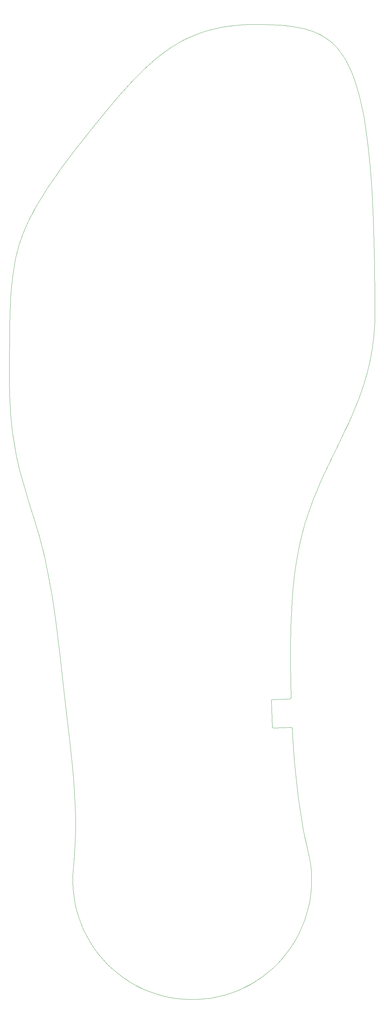
<source format=gm1>
G04 #@! TF.GenerationSoftware,KiCad,Pcbnew,(5.0.0)*
G04 #@! TF.CreationDate,2019-11-18T10:43:10+01:00*
G04 #@! TF.ProjectId,Insole_PCB,496E736F6C655F5043422E6B69636164,rev?*
G04 #@! TF.SameCoordinates,Original*
G04 #@! TF.FileFunction,Profile,NP*
%FSLAX46Y46*%
G04 Gerber Fmt 4.6, Leading zero omitted, Abs format (unit mm)*
G04 Created by KiCad (PCBNEW (5.0.0)) date 11/18/19 10:43:10*
%MOMM*%
%LPD*%
G01*
G04 APERTURE LIST*
%ADD10C,0.100000*%
G04 APERTURE END LIST*
D10*
X193889453Y-207270707D02*
X193639453Y-200140707D01*
X193889454Y-207269361D02*
G75*
G03X194335647Y-207630707I401061J39080D01*
G01*
X199079453Y-207460707D02*
X194329453Y-207630707D01*
X193919637Y-199842814D02*
G75*
G03X193639453Y-200130707I26761J-306331D01*
G01*
X199429952Y-207756623D02*
G75*
G03X199079453Y-207460707I-320499J-24084D01*
G01*
X198783537Y-199670706D02*
G75*
G03X199079453Y-199320207I-24084J320499D01*
G01*
X199094293Y-177682495D02*
X199012093Y-180172475D01*
X214879503Y-123838413D02*
X213908463Y-125930097D01*
X201699713Y-155980449D02*
X201192703Y-158302824D01*
X219795503Y-110787105D02*
X219125677Y-113045871D01*
X219125677Y-113045871D02*
X218385095Y-115264530D01*
X218385095Y-115264530D02*
X217581949Y-117448434D01*
X220388719Y-108482711D02*
X219795503Y-110787105D01*
X202274723Y-153687558D02*
X201699713Y-155980449D01*
X203620893Y-149190612D02*
X202916583Y-151424697D01*
X200367023Y-163027228D02*
X200039943Y-165424945D01*
X199764453Y-167843467D02*
X199536333Y-170280639D01*
X202418383Y-235278945D02*
X202838193Y-237396758D01*
X200749873Y-160652469D02*
X200367023Y-163027228D01*
X201192703Y-158302824D02*
X200749873Y-160652469D01*
X199205453Y-175202306D02*
X199094293Y-177682495D01*
X200485993Y-221897247D02*
X200743663Y-224202224D01*
X199429453Y-207760707D02*
X199526773Y-210013976D01*
X206063993Y-142648040D02*
X205199053Y-144803581D01*
X204383203Y-146984006D02*
X203620893Y-149190612D01*
X200743663Y-224202224D02*
X201025663Y-226479400D01*
X201666793Y-230943687D02*
X202028123Y-233127723D01*
X213908463Y-125930097D02*
X211910463Y-130084083D01*
X215820921Y-121730695D02*
X214879503Y-123838413D01*
X220901384Y-106129146D02*
X220388719Y-108482711D01*
X199526773Y-210013976D02*
X199848743Y-214832282D01*
X199351403Y-172734302D02*
X199205453Y-175202306D01*
X200251633Y-219566154D02*
X200485993Y-221897247D01*
X199536333Y-170280639D02*
X199351403Y-172734302D01*
X198916493Y-185171997D02*
X198904393Y-190183746D01*
X217581949Y-117448434D02*
X216724481Y-119602262D01*
X203768543Y-241529518D02*
X204171413Y-243423381D01*
X203288063Y-239480499D02*
X203768543Y-241529518D01*
X211910463Y-130084083D02*
X209892793Y-134230096D01*
X200039563Y-217210609D02*
X200251633Y-219566154D01*
X207921333Y-138405579D02*
X206973573Y-140516086D01*
X216724481Y-119602262D02*
X215820921Y-121730695D01*
X209892793Y-134230096D02*
X207921333Y-138405579D01*
X202838193Y-237396758D02*
X203288063Y-239480499D01*
X202916583Y-151424697D02*
X202274723Y-153687558D01*
X202028123Y-233127723D02*
X202418383Y-235278945D01*
X200039943Y-165424945D02*
X199764453Y-167843467D01*
X205199053Y-144803581D02*
X204383203Y-146984006D01*
X206973573Y-140516086D02*
X206063993Y-142648040D01*
X201333033Y-228727111D02*
X201666793Y-230943687D01*
X201025663Y-226479400D02*
X201333033Y-228727111D01*
X199848743Y-214832282D02*
X200039563Y-217210609D01*
X198779453Y-199670707D02*
X193919453Y-199840707D01*
X198959453Y-194790707D02*
X199079453Y-199310707D01*
X198904393Y-190183746D02*
X198959453Y-194810707D01*
X199012093Y-180172475D02*
X198916493Y-185171997D01*
X221707253Y-68510971D02*
X221805413Y-71302207D01*
X206668213Y-17072788D02*
X207373363Y-17434858D01*
X219674561Y-43510228D02*
X219934815Y-45375948D01*
X205939293Y-16740118D02*
X206668213Y-17072788D01*
X220622517Y-51442535D02*
X220821331Y-53625747D01*
X199138453Y-14989088D02*
X200087323Y-15128038D01*
X219106468Y-40005368D02*
X219398506Y-41720498D01*
X210580583Y-19751678D02*
X211165973Y-20329428D01*
X197154453Y-14768538D02*
X198160873Y-14869628D01*
X222094773Y-86670223D02*
X222113613Y-90035716D01*
X220408612Y-49340743D02*
X220622517Y-51442535D01*
X217404003Y-32508498D02*
X217776551Y-33868018D01*
X217015667Y-31215818D02*
X217404003Y-32508498D01*
X209357033Y-18716168D02*
X209977973Y-19214538D01*
X208716683Y-18254688D02*
X209357033Y-18716168D01*
X204405703Y-16155518D02*
X205185493Y-16434958D01*
X200087323Y-15128038D02*
X201007613Y-15287648D01*
X222063163Y-83403839D02*
X222094773Y-86670223D01*
X215306721Y-26681568D02*
X215757061Y-27722848D01*
X221960903Y-77162963D02*
X222018603Y-80235206D01*
X219398506Y-41720498D02*
X219674561Y-43510228D01*
X205185493Y-16434958D02*
X205939293Y-16740118D01*
X222018603Y-80235206D02*
X222063163Y-83403839D01*
X213354443Y-23089198D02*
X213864923Y-23904568D01*
X211735213Y-20949688D02*
X212289403Y-21614318D01*
X207373363Y-17434858D02*
X208055813Y-17828198D01*
X218798268Y-38363478D02*
X219106468Y-40005368D01*
X218133190Y-35295958D02*
X218473801Y-36793918D01*
X221595249Y-65810676D02*
X221707253Y-68510971D01*
X219934815Y-45375948D02*
X220179436Y-47319008D01*
X217776551Y-33868018D02*
X218133190Y-35295958D01*
X211165973Y-20329428D02*
X211735213Y-20949688D01*
X201007613Y-15287648D02*
X201899473Y-15469038D01*
X221328999Y-60677482D02*
X221469223Y-63199966D01*
X203598373Y-15901828D02*
X204405703Y-16155518D01*
X221329599Y-103722919D02*
X220901384Y-106129146D01*
X221669454Y-101260543D02*
X221329599Y-103722919D01*
X221469223Y-63199966D02*
X221595249Y-65810676D01*
X214360531Y-24774018D02*
X214841172Y-25699158D01*
X221917043Y-98738536D02*
X221669454Y-101260543D01*
X222005023Y-97454086D02*
X221917043Y-98738536D01*
X222068463Y-96153415D02*
X222005023Y-97454086D01*
X221174393Y-58241859D02*
X221328999Y-60677482D01*
X222113613Y-90035716D02*
X222119813Y-93501689D01*
X215757061Y-27722848D02*
X216192078Y-28824588D01*
X222106893Y-94836093D02*
X222068463Y-96153415D01*
X216192078Y-28824588D02*
X216611653Y-29988378D01*
X209977973Y-19214538D02*
X210580583Y-19751678D01*
X202763013Y-15673388D02*
X203598373Y-15901828D01*
X214841172Y-25699158D02*
X215306721Y-26681568D01*
X221805413Y-71302207D02*
X221889903Y-74185752D01*
X221005230Y-55891731D02*
X221174393Y-58241859D01*
X220821331Y-53625747D02*
X221005230Y-55891731D01*
X221889903Y-74185752D02*
X221960903Y-77162963D01*
X220179436Y-47319008D02*
X220408612Y-49340743D01*
X216611653Y-29988378D02*
X217015667Y-31215818D01*
X212829233Y-22326318D02*
X213354443Y-23089198D01*
X208055813Y-17828198D02*
X208716683Y-18254688D01*
X218473801Y-36793918D02*
X218798268Y-38363478D01*
X213864923Y-23904568D02*
X214360531Y-24774018D01*
X212289403Y-21614318D02*
X212829233Y-22326318D01*
X198160873Y-14869628D02*
X199138453Y-14989088D01*
X201899473Y-15469038D02*
X202763013Y-15673388D01*
X222119813Y-93501689D02*
X222106893Y-94836093D01*
X123902013Y-76424636D02*
X124344973Y-74887313D01*
X142485773Y-45295668D02*
X144794833Y-42410278D01*
X129461763Y-63619216D02*
X130288553Y-62241317D01*
X128673253Y-64996360D02*
X129461763Y-63619216D01*
X125362563Y-71952224D02*
X125937253Y-70535270D01*
X162803093Y-23151668D02*
X164349673Y-21983548D01*
X158493163Y-26922658D02*
X159881763Y-25626438D01*
X180384393Y-15198428D02*
X181719803Y-14986378D01*
X177867623Y-15717428D02*
X179101363Y-15442748D01*
X186071253Y-14563238D02*
X187647103Y-14499638D01*
X144794833Y-42410278D02*
X147147813Y-39520338D01*
X192837713Y-14524738D02*
X193960823Y-14563938D01*
X184560153Y-14666838D02*
X186071253Y-14563238D01*
X183110693Y-14808538D02*
X184560153Y-14666838D01*
X155825403Y-29606758D02*
X157143353Y-28251168D01*
X196119063Y-14684638D02*
X197154453Y-14768538D01*
X195054563Y-14616838D02*
X196119063Y-14684638D01*
X193960823Y-14563938D02*
X195054563Y-14616838D01*
X174430593Y-16705128D02*
X175535113Y-16350098D01*
X176680023Y-16020478D02*
X177867623Y-15717428D01*
X132979893Y-58087661D02*
X133941063Y-56691306D01*
X127924903Y-66374305D02*
X128673253Y-64996360D01*
X191685093Y-14498138D02*
X192837713Y-14524738D01*
X190502823Y-14483038D02*
X191685093Y-14498138D01*
X189290793Y-14478038D02*
X190502823Y-14483038D01*
X169440703Y-18824238D02*
X170374603Y-18358098D01*
X138048833Y-51032660D02*
X140232753Y-48171428D01*
X167654413Y-19812518D02*
X168534673Y-19309388D01*
X123502893Y-78021270D02*
X123902013Y-76424636D01*
X157143353Y-28251168D02*
X158493163Y-26922658D01*
X133941063Y-56691306D02*
X135947093Y-53874465D01*
X135947093Y-53874465D02*
X138048833Y-51032660D01*
X187647103Y-14499638D02*
X189290793Y-14478038D01*
X181719803Y-14986378D02*
X183110693Y-14808538D01*
X179101363Y-15442748D02*
X180384393Y-15198428D01*
X175535113Y-16350098D02*
X176680023Y-16020478D01*
X173364363Y-17084508D02*
X174430593Y-16705128D01*
X172334353Y-17487168D02*
X173364363Y-17084508D01*
X171338463Y-17912068D02*
X172334353Y-17487168D01*
X170374603Y-18358098D02*
X171338463Y-17912068D01*
X164349673Y-21983548D02*
X165962903Y-20868418D01*
X168534673Y-19309388D02*
X169440703Y-18824238D01*
X154532413Y-30984218D02*
X155825403Y-29606758D01*
X140232753Y-48171428D02*
X142485773Y-45295668D01*
X122442323Y-84288367D02*
X122563203Y-83309668D01*
X122834823Y-81445243D02*
X123147533Y-79688826D01*
X122331133Y-85301249D02*
X122442323Y-84288367D01*
X149547693Y-36639798D02*
X152005533Y-33787968D01*
X165962903Y-20868418D02*
X167654413Y-19812518D01*
X161316103Y-24367698D02*
X162803093Y-23151668D01*
X131151753Y-60861121D02*
X132049493Y-59477088D01*
X122693973Y-82362761D02*
X122834823Y-81445243D01*
X147147813Y-39520338D02*
X149547693Y-36639798D01*
X126555913Y-69139251D02*
X127218583Y-67754592D01*
X125937253Y-70535270D02*
X126555913Y-69139251D01*
X132049493Y-59477088D02*
X132979893Y-58087661D01*
X127218583Y-67754592D02*
X127924903Y-66374305D01*
X122563203Y-83309668D02*
X122693973Y-82362761D01*
X124344973Y-74887313D02*
X124831813Y-73399703D01*
X159881763Y-25626438D02*
X161316103Y-24367698D01*
X152005533Y-33787968D02*
X154532413Y-30984218D01*
X130288553Y-62241317D02*
X131151753Y-60861121D01*
X124831813Y-73399703D02*
X125362563Y-71952224D01*
X123147533Y-79688826D02*
X123502893Y-78021270D01*
X163604743Y-281085788D02*
X161745843Y-280542828D01*
X203821013Y-256880638D02*
X203319373Y-258751108D01*
X156405873Y-278271438D02*
X154725433Y-277308918D01*
X204211493Y-254983838D02*
X203821013Y-256880638D01*
X142911543Y-264770068D02*
X142050693Y-263035348D01*
X167402323Y-281838518D02*
X165492433Y-281518178D01*
X199217993Y-267485268D02*
X198099073Y-269065878D01*
X158140133Y-279133208D02*
X156405873Y-278271438D01*
X140642953Y-259428898D02*
X140100973Y-257569708D01*
X178953473Y-281372668D02*
X177050953Y-281734238D01*
X144932283Y-268072308D02*
X143873193Y-266450998D01*
X201166833Y-264140088D02*
X200241763Y-265841428D01*
X177050953Y-281734238D02*
X175130423Y-281983008D01*
X201989973Y-262387158D02*
X201166833Y-264140088D01*
X186252463Y-278829248D02*
X184487213Y-279625618D01*
X146085133Y-269628348D02*
X144932283Y-268072308D01*
X165492433Y-281518178D02*
X163604743Y-281085788D01*
X169327783Y-282045688D02*
X167402323Y-281838518D01*
X204489443Y-253067308D02*
X204211493Y-254983838D01*
X173198563Y-282118088D02*
X171262113Y-282138988D01*
X196888903Y-270577758D02*
X195591683Y-272015648D01*
X203319373Y-258751108D02*
X202708323Y-260588738D01*
X192754473Y-274649748D02*
X191224353Y-275836778D01*
X142050693Y-263035348D02*
X141293613Y-261252888D01*
X161745843Y-280542828D02*
X159922193Y-279891218D01*
X175130423Y-281983008D02*
X173198563Y-282118088D01*
X147327723Y-271113698D02*
X146085133Y-269628348D01*
X198099073Y-269065878D02*
X196888903Y-270577758D01*
X150064543Y-273851948D02*
X148655733Y-272523208D01*
X139554343Y-241902243D02*
X139671823Y-239866858D01*
X139209863Y-246043590D02*
X139400773Y-243960402D01*
X148655733Y-272523208D02*
X147327723Y-271113698D01*
X189626903Y-276931528D02*
X187967683Y-277930168D01*
X139400773Y-243960402D02*
X139554343Y-241902243D01*
X139073763Y-247975364D02*
X139209863Y-246043590D01*
X151549243Y-275095318D02*
X150064543Y-273851948D01*
X139051763Y-249911808D02*
X139073763Y-247975364D01*
X184487213Y-279625618D02*
X182678083Y-280316518D01*
X139144063Y-251846178D02*
X139051763Y-249911808D01*
X182678083Y-280316518D02*
X180831363Y-280899558D01*
X139350233Y-253771748D02*
X139144063Y-251846178D01*
X187967683Y-277930168D02*
X186252463Y-278829248D01*
X200241763Y-265841428D02*
X199217993Y-267485268D01*
X139669573Y-255681798D02*
X139350233Y-253771748D01*
X153104683Y-276248978D02*
X151549243Y-275095318D01*
X154725433Y-277308918D02*
X153104683Y-276248978D01*
X140100973Y-257569708D02*
X139669573Y-255681798D01*
X159922193Y-279891218D02*
X158140133Y-279133208D01*
X180831363Y-280899558D02*
X178953473Y-281372668D01*
X194211943Y-273374558D02*
X192754473Y-274649748D01*
X202708323Y-260588738D02*
X201989973Y-262387158D01*
X141293613Y-261252888D02*
X140642953Y-259428898D01*
X195591683Y-272015648D02*
X194211943Y-273374558D01*
X171262113Y-282138988D02*
X169327783Y-282045688D01*
X143873193Y-266450998D02*
X142911543Y-264770068D01*
X191224353Y-275836778D02*
X189626903Y-276931528D01*
X204653913Y-251137738D02*
X204489443Y-253067308D01*
X204704313Y-249201818D02*
X204653913Y-251137738D01*
X204640513Y-247266307D02*
X204704313Y-249201818D01*
X204462663Y-245337920D02*
X204640513Y-247266307D01*
X204171413Y-243423381D02*
X204462663Y-245337920D01*
X139671823Y-239866858D02*
X139754423Y-237852019D01*
X132971443Y-169071627D02*
X132567733Y-166838506D01*
X136865193Y-199524997D02*
X136604723Y-197280589D01*
X137122673Y-201735328D02*
X136865193Y-199524997D01*
X138568423Y-214291518D02*
X138113423Y-210229724D01*
X126972883Y-145514760D02*
X125906483Y-142018834D01*
X129161953Y-152671978D02*
X128617283Y-150842404D01*
X121638283Y-113875151D02*
X121632283Y-112529628D01*
X121690083Y-116484357D02*
X121657783Y-115193251D01*
X121856753Y-92230410D02*
X121913853Y-90962176D01*
X132567733Y-166838506D02*
X132140403Y-164657418D01*
X121807953Y-93549964D02*
X121856753Y-92230410D01*
X121634653Y-108356189D02*
X121637653Y-106405070D01*
X121632653Y-110396441D02*
X121634653Y-108356189D01*
X130222733Y-156458763D02*
X129698453Y-154541464D01*
X121766753Y-94924517D02*
X121807953Y-93549964D01*
X121732553Y-96357867D02*
X121766753Y-94924517D01*
X121704653Y-97853808D02*
X121732553Y-96357867D01*
X122037603Y-122550290D02*
X121862153Y-120200087D01*
X121735083Y-117748906D02*
X121690083Y-116484357D01*
X135538423Y-187978068D02*
X134976483Y-183193454D01*
X137376763Y-203911101D02*
X137122673Y-201735328D01*
X121682453Y-99416125D02*
X121704653Y-97853808D01*
X121665353Y-101048621D02*
X121682453Y-99416125D01*
X121652653Y-102755080D02*
X121665353Y-101048621D01*
X123568053Y-132979754D02*
X123184553Y-131042443D01*
X133710393Y-173674594D02*
X133351553Y-171353234D01*
X124428953Y-136696203D02*
X123983913Y-134861253D01*
X139761123Y-229953582D02*
X139588783Y-226067580D01*
X129698453Y-154541464D02*
X129161953Y-152671978D01*
X134976483Y-183193454D02*
X134372933Y-178403750D01*
X134372933Y-178403750D02*
X133710393Y-173674594D01*
X121643653Y-104539302D02*
X121652653Y-102755080D01*
X121637653Y-106405070D02*
X121643653Y-104539302D01*
X121632283Y-112529628D02*
X121632653Y-110396441D01*
X121657783Y-115193251D02*
X121638283Y-113875151D01*
X121862153Y-120200087D02*
X121735083Y-117748906D01*
X122260003Y-124803006D02*
X122037603Y-122550290D01*
X122527353Y-126963332D02*
X122260003Y-124803006D01*
X122836593Y-129040057D02*
X122527353Y-126963332D01*
X125906483Y-142018834D02*
X124900013Y-138493868D01*
X123184553Y-131042443D02*
X122836593Y-129040057D01*
X130730633Y-158429036D02*
X130222733Y-156458763D01*
X123983913Y-134861253D02*
X123568053Y-132979754D01*
X133351553Y-171353234D02*
X132971443Y-169071627D01*
X124900013Y-138493868D02*
X124428953Y-136696203D01*
X139820023Y-233875083D02*
X139805523Y-231908515D01*
X131690863Y-162528631D02*
X131220473Y-160452414D01*
X128068323Y-149044903D02*
X126972883Y-145514760D01*
X128617283Y-150842404D02*
X128068323Y-149044903D01*
X136341653Y-195002585D02*
X136076383Y-192691470D01*
X139803423Y-235855506D02*
X139820023Y-233875083D01*
X132140403Y-164657418D02*
X131690863Y-162528631D01*
X137873153Y-208157180D02*
X137627073Y-206051833D01*
X138113423Y-210229724D02*
X137873153Y-208157180D01*
X136076383Y-192691470D02*
X135538423Y-187978068D01*
X137627073Y-206051833D02*
X137376763Y-203911101D01*
X139754423Y-237852019D02*
X139803423Y-235855506D01*
X139321693Y-222181891D02*
X138976373Y-218266059D01*
X131220473Y-160452414D02*
X130730633Y-158429036D01*
X136604723Y-197280589D02*
X136341653Y-195002585D01*
X138976373Y-218266059D02*
X138568423Y-214291518D01*
X139588783Y-226067580D02*
X139321693Y-222181891D01*
X139805523Y-231908515D02*
X139761123Y-229953582D01*
X122137053Y-87439135D02*
X122229453Y-86350707D01*
X122053753Y-88568927D02*
X122137053Y-87439135D01*
X121913853Y-90962176D02*
X121979453Y-89742476D01*
X121979453Y-89742476D02*
X122053753Y-88568927D01*
X122229453Y-86350707D02*
X122331133Y-85301249D01*
M02*

</source>
